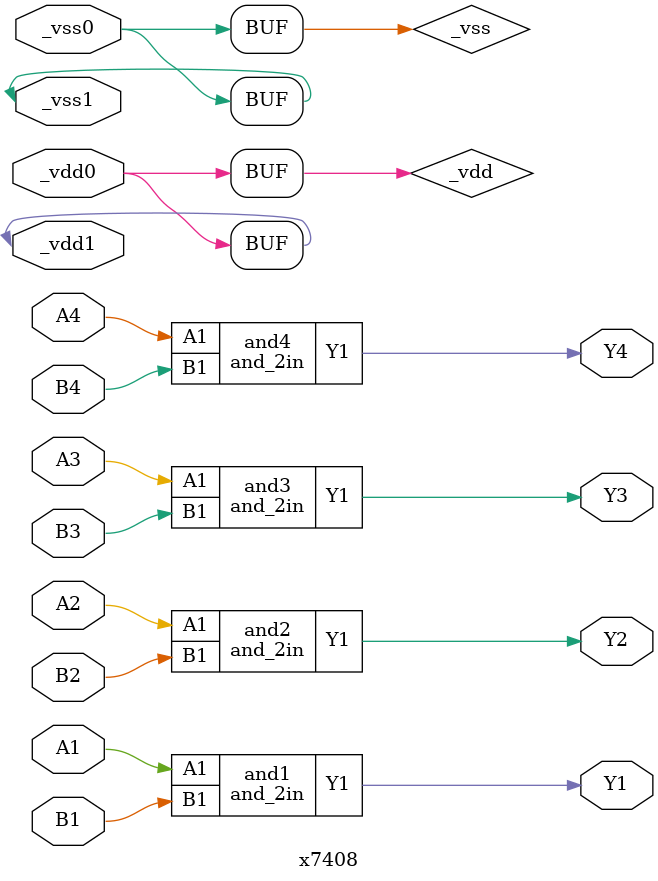
<source format=v>
module and_2in
(
  input wire A1,
  input wire B1,
  output wire Y1
);
  // Use an 'and' primitive to link the inputs and outputs.
  and (Y1, A1, B1);
endmodule

module x7408
(
  input wire A1,
  input wire B1,
  input wire A2,
  input wire B2,
  input wire A3,
  input wire B3,
  input wire A4,
  input wire B4,
  output wire Y1,
  output wire Y2,
  output wire Y3,
  output wire Y4,
  inout _vss0,
  inout _vdd0,
  inout _vss1,
  inout _vdd1
);
  // Power pad connections.
  wire _vdd;
  wire _vss;
  assign _vss0 = _vss;
  assign _vss1 = _vss;
  assign _vdd0 = _vdd;
  assign _vdd1 = _vdd;
  // Instantiate 4 AND2 gates with the top module's signals.
  and_2in and1(A1, B1, Y1);
  and_2in and2(A2, B2, Y2);
  and_2in and3(A3, B3, Y3);
  and_2in and4(A4, B4, Y4);
endmodule

</source>
